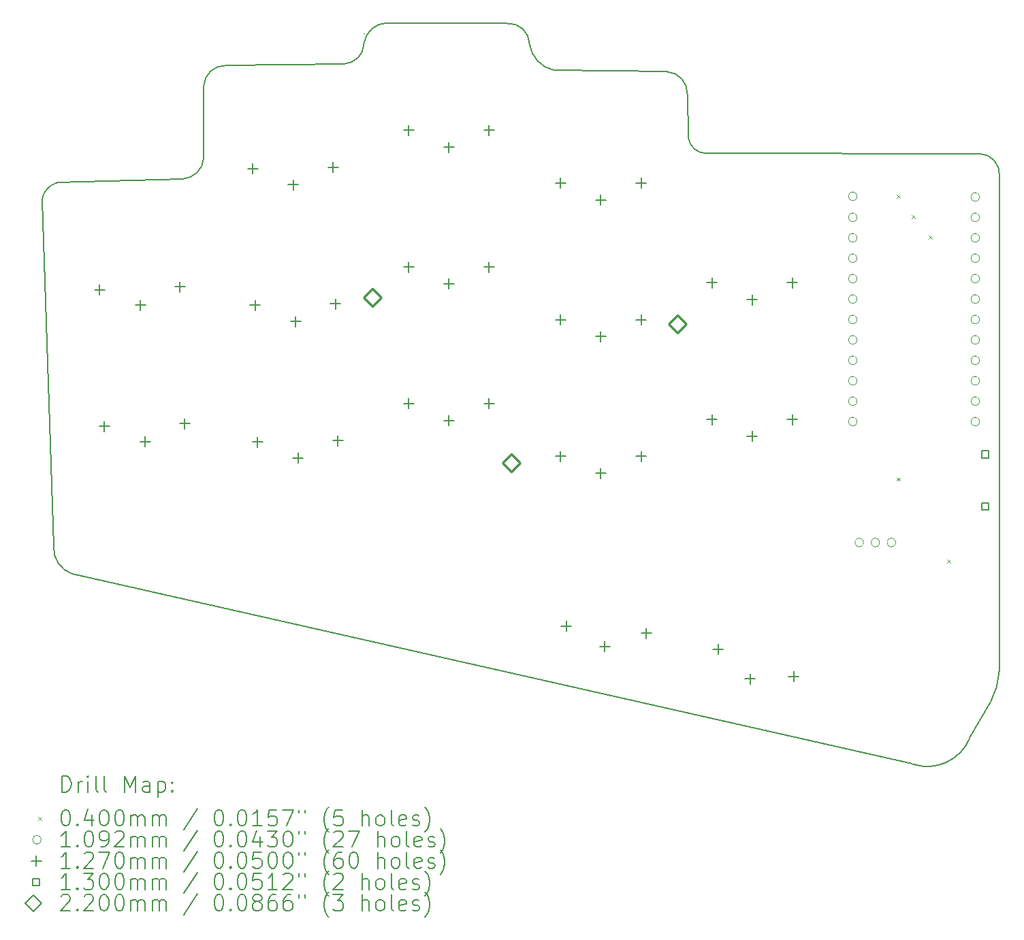
<source format=gbr>
%FSLAX45Y45*%
G04 Gerber Fmt 4.5, Leading zero omitted, Abs format (unit mm)*
G04 Created by KiCad (PCBNEW (6.0.4)) date 2022-05-15 06:34:34*
%MOMM*%
%LPD*%
G01*
G04 APERTURE LIST*
%TA.AperFunction,Profile*%
%ADD10C,0.150000*%
%TD*%
%ADD11C,0.200000*%
%ADD12C,0.040000*%
%ADD13C,0.109220*%
%ADD14C,0.127000*%
%ADD15C,0.130000*%
%ADD16C,0.220000*%
G04 APERTURE END LIST*
D10*
X6876071Y11748876D02*
X8349989Y11770082D01*
X12617390Y11393371D02*
G75*
G03*
X12363394Y11672771I-271530J8309D01*
G01*
X4777825Y10291467D02*
G75*
G03*
X4590315Y10069268I72865J-251707D01*
G01*
X4777824Y10291472D02*
X6337804Y10337803D01*
X10964034Y11689307D02*
X12363394Y11672771D01*
X10653483Y12016826D02*
G75*
G03*
X10964034Y11689307I386287J55284D01*
G01*
X16260102Y10651714D02*
X12862027Y10657058D01*
X12627814Y10859110D02*
G75*
G03*
X12862027Y10657058I222446J21080D01*
G01*
X8886230Y12279469D02*
X10376622Y12272233D01*
X15416015Y3060530D02*
G75*
G03*
X16129384Y3383688I183895J543010D01*
G01*
X15416016Y3060533D02*
X4965311Y5426860D01*
X4590315Y10069268D02*
X4737037Y5771464D01*
X4737036Y5771464D02*
G75*
G03*
X4965311Y5426860I338114J-23934D01*
G01*
X16390883Y3838022D02*
G75*
G03*
X16494826Y4216671I-780613J417878D01*
G01*
X8598719Y12147486D02*
X8598719Y12147486D01*
X6337803Y10337807D02*
G75*
G03*
X6603966Y10601430I-16014J282343D01*
G01*
X16494826Y4216671D02*
X16498230Y10381255D01*
X10653476Y12016825D02*
G75*
G03*
X10376622Y12272233I-257406J-1265D01*
G01*
X16129384Y3383688D02*
X16390883Y3838021D01*
X6603966Y11497686D02*
X6603966Y10601430D01*
X8349989Y11770083D02*
G75*
G03*
X8594801Y12020777I-11189J255807D01*
G01*
X12627819Y10859110D02*
X12617394Y11393371D01*
X16498224Y10381255D02*
G75*
G03*
X16260102Y10651714I-253545J16825D01*
G01*
X6876071Y11748877D02*
G75*
G03*
X6603966Y11497686I-8611J-263647D01*
G01*
X8886230Y12279468D02*
G75*
G03*
X8594801Y12020777I2030J-295788D01*
G01*
D11*
D12*
X15220000Y10141314D02*
X15260000Y10101314D01*
X15260000Y10141314D02*
X15220000Y10101314D01*
X15220000Y6624000D02*
X15260000Y6584000D01*
X15260000Y6624000D02*
X15220000Y6584000D01*
X15410459Y9885043D02*
X15450459Y9845043D01*
X15450459Y9885043D02*
X15410459Y9845043D01*
X15618978Y9630635D02*
X15658978Y9590635D01*
X15658978Y9630635D02*
X15618978Y9590635D01*
X15846125Y5604462D02*
X15886125Y5564462D01*
X15886125Y5604462D02*
X15846125Y5564462D01*
D13*
X14728331Y10122629D02*
G75*
G03*
X14728331Y10122629I-54610J0D01*
G01*
X14728331Y9860254D02*
G75*
G03*
X14728331Y9860254I-54610J0D01*
G01*
X14728331Y9606254D02*
G75*
G03*
X14728331Y9606254I-54610J0D01*
G01*
X14728331Y9352254D02*
G75*
G03*
X14728331Y9352254I-54610J0D01*
G01*
X14728331Y9098254D02*
G75*
G03*
X14728331Y9098254I-54610J0D01*
G01*
X14728331Y8844254D02*
G75*
G03*
X14728331Y8844254I-54610J0D01*
G01*
X14728331Y8590254D02*
G75*
G03*
X14728331Y8590254I-54610J0D01*
G01*
X14728331Y8336254D02*
G75*
G03*
X14728331Y8336254I-54610J0D01*
G01*
X14728331Y8082254D02*
G75*
G03*
X14728331Y8082254I-54610J0D01*
G01*
X14728331Y7828254D02*
G75*
G03*
X14728331Y7828254I-54610J0D01*
G01*
X14728331Y7574254D02*
G75*
G03*
X14728331Y7574254I-54610J0D01*
G01*
X14728331Y7320254D02*
G75*
G03*
X14728331Y7320254I-54610J0D01*
G01*
X14809150Y5816368D02*
G75*
G03*
X14809150Y5816368I-54610J0D01*
G01*
X15009150Y5816368D02*
G75*
G03*
X15009150Y5816368I-54610J0D01*
G01*
X15209150Y5816368D02*
G75*
G03*
X15209150Y5816368I-54610J0D01*
G01*
X16252331Y10114254D02*
G75*
G03*
X16252331Y10114254I-54610J0D01*
G01*
X16252331Y9860254D02*
G75*
G03*
X16252331Y9860254I-54610J0D01*
G01*
X16252331Y9606254D02*
G75*
G03*
X16252331Y9606254I-54610J0D01*
G01*
X16252331Y9352254D02*
G75*
G03*
X16252331Y9352254I-54610J0D01*
G01*
X16252331Y9098254D02*
G75*
G03*
X16252331Y9098254I-54610J0D01*
G01*
X16252331Y8844254D02*
G75*
G03*
X16252331Y8844254I-54610J0D01*
G01*
X16252331Y8590254D02*
G75*
G03*
X16252331Y8590254I-54610J0D01*
G01*
X16252331Y8336254D02*
G75*
G03*
X16252331Y8336254I-54610J0D01*
G01*
X16252331Y8082254D02*
G75*
G03*
X16252331Y8082254I-54610J0D01*
G01*
X16252331Y7828254D02*
G75*
G03*
X16252331Y7828254I-54610J0D01*
G01*
X16252331Y7574254D02*
G75*
G03*
X16252331Y7574254I-54610J0D01*
G01*
X16252331Y7320254D02*
G75*
G03*
X16252331Y7320254I-54610J0D01*
G01*
D14*
X5309119Y9024716D02*
X5309119Y8897716D01*
X5245619Y8961216D02*
X5372619Y8961216D01*
X5368448Y7325751D02*
X5368448Y7198751D01*
X5304948Y7262251D02*
X5431948Y7262251D01*
X5816144Y8832294D02*
X5816144Y8705294D01*
X5752644Y8768794D02*
X5879644Y8768794D01*
X5816144Y8832294D02*
X5816144Y8705294D01*
X5752644Y8768794D02*
X5879644Y8768794D01*
X5875473Y7133329D02*
X5875473Y7006329D01*
X5811973Y7069829D02*
X5938973Y7069829D01*
X5875473Y7133329D02*
X5875473Y7006329D01*
X5811973Y7069829D02*
X5938973Y7069829D01*
X6308510Y9059615D02*
X6308510Y8932615D01*
X6245010Y8996115D02*
X6372010Y8996115D01*
X6367839Y7360651D02*
X6367839Y7233651D01*
X6304339Y7297151D02*
X6431339Y7297151D01*
X7213043Y10531098D02*
X7213043Y10404098D01*
X7149543Y10467598D02*
X7276543Y10467598D01*
X7242712Y8831357D02*
X7242712Y8704357D01*
X7179212Y8767857D02*
X7306212Y8767857D01*
X7272381Y7131616D02*
X7272381Y7004616D01*
X7208881Y7068116D02*
X7335881Y7068116D01*
X7716632Y10329856D02*
X7716632Y10202856D01*
X7653132Y10266356D02*
X7780132Y10266356D01*
X7716632Y10329856D02*
X7716632Y10202856D01*
X7653132Y10266356D02*
X7780132Y10266356D01*
X7746301Y8630115D02*
X7746301Y8503115D01*
X7682801Y8566615D02*
X7809801Y8566615D01*
X7746301Y8630115D02*
X7746301Y8503115D01*
X7682801Y8566615D02*
X7809801Y8566615D01*
X7775970Y6930374D02*
X7775970Y6803374D01*
X7712470Y6866874D02*
X7839470Y6866874D01*
X7775970Y6930374D02*
X7775970Y6803374D01*
X7712470Y6866874D02*
X7839470Y6866874D01*
X8212891Y10548550D02*
X8212891Y10421550D01*
X8149391Y10485050D02*
X8276391Y10485050D01*
X8242560Y8848809D02*
X8242560Y8721809D01*
X8179060Y8785309D02*
X8306060Y8785309D01*
X8272229Y7149068D02*
X8272229Y7022068D01*
X8208729Y7085568D02*
X8335729Y7085568D01*
X9149582Y9308199D02*
X9149582Y9181199D01*
X9086082Y9244699D02*
X9213082Y9244699D01*
X9149582Y7608199D02*
X9149582Y7481199D01*
X9086082Y7544699D02*
X9213082Y7544699D01*
X9149582Y11008199D02*
X9149582Y10881199D01*
X9086082Y10944699D02*
X9213082Y10944699D01*
X9649582Y9098199D02*
X9649582Y8971199D01*
X9586082Y9034699D02*
X9713082Y9034699D01*
X9649582Y9098199D02*
X9649582Y8971199D01*
X9586082Y9034699D02*
X9713082Y9034699D01*
X9649582Y7398199D02*
X9649582Y7271199D01*
X9586082Y7334699D02*
X9713082Y7334699D01*
X9649582Y7398199D02*
X9649582Y7271199D01*
X9586082Y7334699D02*
X9713082Y7334699D01*
X9649582Y10798199D02*
X9649582Y10671199D01*
X9586082Y10734699D02*
X9713082Y10734699D01*
X9649582Y10798199D02*
X9649582Y10671199D01*
X9586082Y10734699D02*
X9713082Y10734699D01*
X10149582Y9308199D02*
X10149582Y9181199D01*
X10086082Y9244699D02*
X10213082Y9244699D01*
X10149582Y7608199D02*
X10149582Y7481199D01*
X10086082Y7544699D02*
X10213082Y7544699D01*
X10149582Y11008199D02*
X10149582Y10881199D01*
X10086082Y10944699D02*
X10213082Y10944699D01*
X11041109Y10352102D02*
X11041109Y10225102D01*
X10977609Y10288602D02*
X11104609Y10288602D01*
X11041109Y8652102D02*
X11041109Y8525102D01*
X10977609Y8588602D02*
X11104609Y8588602D01*
X11041109Y6952102D02*
X11041109Y6825102D01*
X10977609Y6888602D02*
X11104609Y6888602D01*
X11110892Y4839876D02*
X11110892Y4712876D01*
X11047392Y4776376D02*
X11174392Y4776376D01*
X11541109Y10142102D02*
X11541109Y10015102D01*
X11477609Y10078602D02*
X11604609Y10078602D01*
X11541109Y10142102D02*
X11541109Y10015102D01*
X11477609Y10078602D02*
X11604609Y10078602D01*
X11541109Y8442102D02*
X11541109Y8315102D01*
X11477609Y8378602D02*
X11604609Y8378602D01*
X11541109Y8442102D02*
X11541109Y8315102D01*
X11477609Y8378602D02*
X11604609Y8378602D01*
X11541109Y6742102D02*
X11541109Y6615102D01*
X11477609Y6678602D02*
X11604609Y6678602D01*
X11541109Y6742102D02*
X11541109Y6615102D01*
X11477609Y6678602D02*
X11604609Y6678602D01*
X11590686Y4587097D02*
X11590686Y4460097D01*
X11527186Y4523597D02*
X11654186Y4523597D01*
X11590686Y4587097D02*
X11590686Y4460097D01*
X11527186Y4523597D02*
X11654186Y4523597D01*
X12041109Y10352102D02*
X12041109Y10225102D01*
X11977609Y10288602D02*
X12104609Y10288602D01*
X12041109Y8652102D02*
X12041109Y8525102D01*
X11977609Y8588602D02*
X12104609Y8588602D01*
X12041109Y6952102D02*
X12041109Y6825102D01*
X11977609Y6888602D02*
X12104609Y6888602D01*
X12107087Y4752720D02*
X12107087Y4625720D01*
X12043587Y4689220D02*
X12170587Y4689220D01*
X12921828Y9111385D02*
X12921828Y8984385D01*
X12858328Y9047885D02*
X12985328Y9047885D01*
X12921828Y7411385D02*
X12921828Y7284385D01*
X12858328Y7347885D02*
X12985328Y7347885D01*
X13001228Y4554494D02*
X13001228Y4427494D01*
X12937728Y4490994D02*
X13064728Y4490994D01*
X13399250Y4186148D02*
X13399250Y4059148D01*
X13335750Y4122648D02*
X13462750Y4122648D01*
X13399250Y4186148D02*
X13399250Y4059148D01*
X13335750Y4122648D02*
X13462750Y4122648D01*
X13421828Y8901385D02*
X13421828Y8774385D01*
X13358328Y8837885D02*
X13485328Y8837885D01*
X13421828Y8901385D02*
X13421828Y8774385D01*
X13358328Y8837885D02*
X13485328Y8837885D01*
X13421828Y7201385D02*
X13421828Y7074385D01*
X13358328Y7137885D02*
X13485328Y7137885D01*
X13421828Y7201385D02*
X13421828Y7074385D01*
X13358328Y7137885D02*
X13485328Y7137885D01*
X13921828Y9111385D02*
X13921828Y8984385D01*
X13858328Y9047885D02*
X13985328Y9047885D01*
X13921828Y7411385D02*
X13921828Y7284385D01*
X13858328Y7347885D02*
X13985328Y7347885D01*
X13940920Y4212474D02*
X13940920Y4085474D01*
X13877420Y4148974D02*
X14004420Y4148974D01*
D15*
X16366281Y6869289D02*
X16366281Y6961214D01*
X16274357Y6961214D01*
X16274357Y6869289D01*
X16366281Y6869289D01*
X16366281Y6219289D02*
X16366281Y6311214D01*
X16274357Y6311214D01*
X16274357Y6219289D01*
X16366281Y6219289D01*
D16*
X8698828Y8757429D02*
X8808828Y8867429D01*
X8698828Y8977429D01*
X8588828Y8867429D01*
X8698828Y8757429D01*
X10430547Y6693646D02*
X10540547Y6803646D01*
X10430547Y6913646D01*
X10320547Y6803646D01*
X10430547Y6693646D01*
X12494329Y8425365D02*
X12604329Y8535365D01*
X12494329Y8645365D01*
X12384329Y8535365D01*
X12494329Y8425365D01*
D11*
X4840434Y2712260D02*
X4840434Y2912260D01*
X4888053Y2912260D01*
X4916625Y2902736D01*
X4935673Y2883689D01*
X4945196Y2864641D01*
X4954720Y2826546D01*
X4954720Y2797974D01*
X4945196Y2759879D01*
X4935673Y2740832D01*
X4916625Y2721784D01*
X4888053Y2712260D01*
X4840434Y2712260D01*
X5040434Y2712260D02*
X5040434Y2845593D01*
X5040434Y2807498D02*
X5049958Y2826546D01*
X5059482Y2836070D01*
X5078530Y2845593D01*
X5097577Y2845593D01*
X5164244Y2712260D02*
X5164244Y2845593D01*
X5164244Y2912260D02*
X5154720Y2902736D01*
X5164244Y2893212D01*
X5173768Y2902736D01*
X5164244Y2912260D01*
X5164244Y2893212D01*
X5288053Y2712260D02*
X5269006Y2721784D01*
X5259482Y2740832D01*
X5259482Y2912260D01*
X5392815Y2712260D02*
X5373768Y2721784D01*
X5364244Y2740832D01*
X5364244Y2912260D01*
X5621387Y2712260D02*
X5621387Y2912260D01*
X5688053Y2769403D01*
X5754720Y2912260D01*
X5754720Y2712260D01*
X5935672Y2712260D02*
X5935672Y2817022D01*
X5926149Y2836070D01*
X5907101Y2845593D01*
X5869006Y2845593D01*
X5849958Y2836070D01*
X5935672Y2721784D02*
X5916625Y2712260D01*
X5869006Y2712260D01*
X5849958Y2721784D01*
X5840434Y2740832D01*
X5840434Y2759879D01*
X5849958Y2778927D01*
X5869006Y2788451D01*
X5916625Y2788451D01*
X5935672Y2797974D01*
X6030911Y2845593D02*
X6030911Y2645593D01*
X6030911Y2836070D02*
X6049958Y2845593D01*
X6088053Y2845593D01*
X6107101Y2836070D01*
X6116625Y2826546D01*
X6126149Y2807498D01*
X6126149Y2750355D01*
X6116625Y2731308D01*
X6107101Y2721784D01*
X6088053Y2712260D01*
X6049958Y2712260D01*
X6030911Y2721784D01*
X6211863Y2731308D02*
X6221387Y2721784D01*
X6211863Y2712260D01*
X6202339Y2721784D01*
X6211863Y2731308D01*
X6211863Y2712260D01*
X6211863Y2836070D02*
X6221387Y2826546D01*
X6211863Y2817022D01*
X6202339Y2826546D01*
X6211863Y2836070D01*
X6211863Y2817022D01*
D12*
X4542815Y2402736D02*
X4582815Y2362736D01*
X4582815Y2402736D02*
X4542815Y2362736D01*
D11*
X4878530Y2492260D02*
X4897577Y2492260D01*
X4916625Y2482736D01*
X4926149Y2473212D01*
X4935673Y2454165D01*
X4945196Y2416070D01*
X4945196Y2368451D01*
X4935673Y2330355D01*
X4926149Y2311308D01*
X4916625Y2301784D01*
X4897577Y2292260D01*
X4878530Y2292260D01*
X4859482Y2301784D01*
X4849958Y2311308D01*
X4840434Y2330355D01*
X4830911Y2368451D01*
X4830911Y2416070D01*
X4840434Y2454165D01*
X4849958Y2473212D01*
X4859482Y2482736D01*
X4878530Y2492260D01*
X5030911Y2311308D02*
X5040434Y2301784D01*
X5030911Y2292260D01*
X5021387Y2301784D01*
X5030911Y2311308D01*
X5030911Y2292260D01*
X5211863Y2425593D02*
X5211863Y2292260D01*
X5164244Y2501784D02*
X5116625Y2358927D01*
X5240434Y2358927D01*
X5354720Y2492260D02*
X5373768Y2492260D01*
X5392815Y2482736D01*
X5402339Y2473212D01*
X5411863Y2454165D01*
X5421387Y2416070D01*
X5421387Y2368451D01*
X5411863Y2330355D01*
X5402339Y2311308D01*
X5392815Y2301784D01*
X5373768Y2292260D01*
X5354720Y2292260D01*
X5335673Y2301784D01*
X5326149Y2311308D01*
X5316625Y2330355D01*
X5307101Y2368451D01*
X5307101Y2416070D01*
X5316625Y2454165D01*
X5326149Y2473212D01*
X5335673Y2482736D01*
X5354720Y2492260D01*
X5545196Y2492260D02*
X5564244Y2492260D01*
X5583292Y2482736D01*
X5592815Y2473212D01*
X5602339Y2454165D01*
X5611863Y2416070D01*
X5611863Y2368451D01*
X5602339Y2330355D01*
X5592815Y2311308D01*
X5583292Y2301784D01*
X5564244Y2292260D01*
X5545196Y2292260D01*
X5526149Y2301784D01*
X5516625Y2311308D01*
X5507101Y2330355D01*
X5497577Y2368451D01*
X5497577Y2416070D01*
X5507101Y2454165D01*
X5516625Y2473212D01*
X5526149Y2482736D01*
X5545196Y2492260D01*
X5697577Y2292260D02*
X5697577Y2425593D01*
X5697577Y2406546D02*
X5707101Y2416070D01*
X5726149Y2425593D01*
X5754720Y2425593D01*
X5773768Y2416070D01*
X5783291Y2397022D01*
X5783291Y2292260D01*
X5783291Y2397022D02*
X5792815Y2416070D01*
X5811863Y2425593D01*
X5840434Y2425593D01*
X5859482Y2416070D01*
X5869006Y2397022D01*
X5869006Y2292260D01*
X5964244Y2292260D02*
X5964244Y2425593D01*
X5964244Y2406546D02*
X5973768Y2416070D01*
X5992815Y2425593D01*
X6021387Y2425593D01*
X6040434Y2416070D01*
X6049958Y2397022D01*
X6049958Y2292260D01*
X6049958Y2397022D02*
X6059482Y2416070D01*
X6078530Y2425593D01*
X6107101Y2425593D01*
X6126149Y2416070D01*
X6135672Y2397022D01*
X6135672Y2292260D01*
X6526149Y2501784D02*
X6354720Y2244641D01*
X6783291Y2492260D02*
X6802339Y2492260D01*
X6821387Y2482736D01*
X6830911Y2473212D01*
X6840434Y2454165D01*
X6849958Y2416070D01*
X6849958Y2368451D01*
X6840434Y2330355D01*
X6830911Y2311308D01*
X6821387Y2301784D01*
X6802339Y2292260D01*
X6783291Y2292260D01*
X6764244Y2301784D01*
X6754720Y2311308D01*
X6745196Y2330355D01*
X6735672Y2368451D01*
X6735672Y2416070D01*
X6745196Y2454165D01*
X6754720Y2473212D01*
X6764244Y2482736D01*
X6783291Y2492260D01*
X6935672Y2311308D02*
X6945196Y2301784D01*
X6935672Y2292260D01*
X6926149Y2301784D01*
X6935672Y2311308D01*
X6935672Y2292260D01*
X7069006Y2492260D02*
X7088053Y2492260D01*
X7107101Y2482736D01*
X7116625Y2473212D01*
X7126149Y2454165D01*
X7135672Y2416070D01*
X7135672Y2368451D01*
X7126149Y2330355D01*
X7116625Y2311308D01*
X7107101Y2301784D01*
X7088053Y2292260D01*
X7069006Y2292260D01*
X7049958Y2301784D01*
X7040434Y2311308D01*
X7030911Y2330355D01*
X7021387Y2368451D01*
X7021387Y2416070D01*
X7030911Y2454165D01*
X7040434Y2473212D01*
X7049958Y2482736D01*
X7069006Y2492260D01*
X7326149Y2292260D02*
X7211863Y2292260D01*
X7269006Y2292260D02*
X7269006Y2492260D01*
X7249958Y2463689D01*
X7230911Y2444641D01*
X7211863Y2435117D01*
X7507101Y2492260D02*
X7411863Y2492260D01*
X7402339Y2397022D01*
X7411863Y2406546D01*
X7430911Y2416070D01*
X7478530Y2416070D01*
X7497577Y2406546D01*
X7507101Y2397022D01*
X7516625Y2377974D01*
X7516625Y2330355D01*
X7507101Y2311308D01*
X7497577Y2301784D01*
X7478530Y2292260D01*
X7430911Y2292260D01*
X7411863Y2301784D01*
X7402339Y2311308D01*
X7583291Y2492260D02*
X7716625Y2492260D01*
X7630911Y2292260D01*
X7783291Y2492260D02*
X7783291Y2454165D01*
X7859482Y2492260D02*
X7859482Y2454165D01*
X8154720Y2216070D02*
X8145196Y2225593D01*
X8126149Y2254165D01*
X8116625Y2273212D01*
X8107101Y2301784D01*
X8097577Y2349403D01*
X8097577Y2387498D01*
X8107101Y2435117D01*
X8116625Y2463689D01*
X8126149Y2482736D01*
X8145196Y2511308D01*
X8154720Y2520832D01*
X8326149Y2492260D02*
X8230911Y2492260D01*
X8221387Y2397022D01*
X8230911Y2406546D01*
X8249958Y2416070D01*
X8297577Y2416070D01*
X8316625Y2406546D01*
X8326149Y2397022D01*
X8335672Y2377974D01*
X8335672Y2330355D01*
X8326149Y2311308D01*
X8316625Y2301784D01*
X8297577Y2292260D01*
X8249958Y2292260D01*
X8230911Y2301784D01*
X8221387Y2311308D01*
X8573768Y2292260D02*
X8573768Y2492260D01*
X8659482Y2292260D02*
X8659482Y2397022D01*
X8649958Y2416070D01*
X8630911Y2425593D01*
X8602339Y2425593D01*
X8583292Y2416070D01*
X8573768Y2406546D01*
X8783292Y2292260D02*
X8764244Y2301784D01*
X8754720Y2311308D01*
X8745196Y2330355D01*
X8745196Y2387498D01*
X8754720Y2406546D01*
X8764244Y2416070D01*
X8783292Y2425593D01*
X8811863Y2425593D01*
X8830911Y2416070D01*
X8840434Y2406546D01*
X8849958Y2387498D01*
X8849958Y2330355D01*
X8840434Y2311308D01*
X8830911Y2301784D01*
X8811863Y2292260D01*
X8783292Y2292260D01*
X8964244Y2292260D02*
X8945196Y2301784D01*
X8935673Y2320832D01*
X8935673Y2492260D01*
X9116625Y2301784D02*
X9097577Y2292260D01*
X9059482Y2292260D01*
X9040434Y2301784D01*
X9030911Y2320832D01*
X9030911Y2397022D01*
X9040434Y2416070D01*
X9059482Y2425593D01*
X9097577Y2425593D01*
X9116625Y2416070D01*
X9126149Y2397022D01*
X9126149Y2377974D01*
X9030911Y2358927D01*
X9202339Y2301784D02*
X9221387Y2292260D01*
X9259482Y2292260D01*
X9278530Y2301784D01*
X9288053Y2320832D01*
X9288053Y2330355D01*
X9278530Y2349403D01*
X9259482Y2358927D01*
X9230911Y2358927D01*
X9211863Y2368451D01*
X9202339Y2387498D01*
X9202339Y2397022D01*
X9211863Y2416070D01*
X9230911Y2425593D01*
X9259482Y2425593D01*
X9278530Y2416070D01*
X9354720Y2216070D02*
X9364244Y2225593D01*
X9383292Y2254165D01*
X9392815Y2273212D01*
X9402339Y2301784D01*
X9411863Y2349403D01*
X9411863Y2387498D01*
X9402339Y2435117D01*
X9392815Y2463689D01*
X9383292Y2482736D01*
X9364244Y2511308D01*
X9354720Y2520832D01*
D13*
X4582815Y2118736D02*
G75*
G03*
X4582815Y2118736I-54610J0D01*
G01*
D11*
X4945196Y2028260D02*
X4830911Y2028260D01*
X4888053Y2028260D02*
X4888053Y2228260D01*
X4869006Y2199689D01*
X4849958Y2180641D01*
X4830911Y2171117D01*
X5030911Y2047308D02*
X5040434Y2037784D01*
X5030911Y2028260D01*
X5021387Y2037784D01*
X5030911Y2047308D01*
X5030911Y2028260D01*
X5164244Y2228260D02*
X5183292Y2228260D01*
X5202339Y2218736D01*
X5211863Y2209212D01*
X5221387Y2190165D01*
X5230911Y2152070D01*
X5230911Y2104451D01*
X5221387Y2066355D01*
X5211863Y2047308D01*
X5202339Y2037784D01*
X5183292Y2028260D01*
X5164244Y2028260D01*
X5145196Y2037784D01*
X5135673Y2047308D01*
X5126149Y2066355D01*
X5116625Y2104451D01*
X5116625Y2152070D01*
X5126149Y2190165D01*
X5135673Y2209212D01*
X5145196Y2218736D01*
X5164244Y2228260D01*
X5326149Y2028260D02*
X5364244Y2028260D01*
X5383292Y2037784D01*
X5392815Y2047308D01*
X5411863Y2075879D01*
X5421387Y2113974D01*
X5421387Y2190165D01*
X5411863Y2209212D01*
X5402339Y2218736D01*
X5383292Y2228260D01*
X5345196Y2228260D01*
X5326149Y2218736D01*
X5316625Y2209212D01*
X5307101Y2190165D01*
X5307101Y2142546D01*
X5316625Y2123498D01*
X5326149Y2113974D01*
X5345196Y2104451D01*
X5383292Y2104451D01*
X5402339Y2113974D01*
X5411863Y2123498D01*
X5421387Y2142546D01*
X5497577Y2209212D02*
X5507101Y2218736D01*
X5526149Y2228260D01*
X5573768Y2228260D01*
X5592815Y2218736D01*
X5602339Y2209212D01*
X5611863Y2190165D01*
X5611863Y2171117D01*
X5602339Y2142546D01*
X5488053Y2028260D01*
X5611863Y2028260D01*
X5697577Y2028260D02*
X5697577Y2161593D01*
X5697577Y2142546D02*
X5707101Y2152070D01*
X5726149Y2161593D01*
X5754720Y2161593D01*
X5773768Y2152070D01*
X5783291Y2133022D01*
X5783291Y2028260D01*
X5783291Y2133022D02*
X5792815Y2152070D01*
X5811863Y2161593D01*
X5840434Y2161593D01*
X5859482Y2152070D01*
X5869006Y2133022D01*
X5869006Y2028260D01*
X5964244Y2028260D02*
X5964244Y2161593D01*
X5964244Y2142546D02*
X5973768Y2152070D01*
X5992815Y2161593D01*
X6021387Y2161593D01*
X6040434Y2152070D01*
X6049958Y2133022D01*
X6049958Y2028260D01*
X6049958Y2133022D02*
X6059482Y2152070D01*
X6078530Y2161593D01*
X6107101Y2161593D01*
X6126149Y2152070D01*
X6135672Y2133022D01*
X6135672Y2028260D01*
X6526149Y2237784D02*
X6354720Y1980641D01*
X6783291Y2228260D02*
X6802339Y2228260D01*
X6821387Y2218736D01*
X6830911Y2209212D01*
X6840434Y2190165D01*
X6849958Y2152070D01*
X6849958Y2104451D01*
X6840434Y2066355D01*
X6830911Y2047308D01*
X6821387Y2037784D01*
X6802339Y2028260D01*
X6783291Y2028260D01*
X6764244Y2037784D01*
X6754720Y2047308D01*
X6745196Y2066355D01*
X6735672Y2104451D01*
X6735672Y2152070D01*
X6745196Y2190165D01*
X6754720Y2209212D01*
X6764244Y2218736D01*
X6783291Y2228260D01*
X6935672Y2047308D02*
X6945196Y2037784D01*
X6935672Y2028260D01*
X6926149Y2037784D01*
X6935672Y2047308D01*
X6935672Y2028260D01*
X7069006Y2228260D02*
X7088053Y2228260D01*
X7107101Y2218736D01*
X7116625Y2209212D01*
X7126149Y2190165D01*
X7135672Y2152070D01*
X7135672Y2104451D01*
X7126149Y2066355D01*
X7116625Y2047308D01*
X7107101Y2037784D01*
X7088053Y2028260D01*
X7069006Y2028260D01*
X7049958Y2037784D01*
X7040434Y2047308D01*
X7030911Y2066355D01*
X7021387Y2104451D01*
X7021387Y2152070D01*
X7030911Y2190165D01*
X7040434Y2209212D01*
X7049958Y2218736D01*
X7069006Y2228260D01*
X7307101Y2161593D02*
X7307101Y2028260D01*
X7259482Y2237784D02*
X7211863Y2094927D01*
X7335672Y2094927D01*
X7392815Y2228260D02*
X7516625Y2228260D01*
X7449958Y2152070D01*
X7478530Y2152070D01*
X7497577Y2142546D01*
X7507101Y2133022D01*
X7516625Y2113974D01*
X7516625Y2066355D01*
X7507101Y2047308D01*
X7497577Y2037784D01*
X7478530Y2028260D01*
X7421387Y2028260D01*
X7402339Y2037784D01*
X7392815Y2047308D01*
X7640434Y2228260D02*
X7659482Y2228260D01*
X7678530Y2218736D01*
X7688053Y2209212D01*
X7697577Y2190165D01*
X7707101Y2152070D01*
X7707101Y2104451D01*
X7697577Y2066355D01*
X7688053Y2047308D01*
X7678530Y2037784D01*
X7659482Y2028260D01*
X7640434Y2028260D01*
X7621387Y2037784D01*
X7611863Y2047308D01*
X7602339Y2066355D01*
X7592815Y2104451D01*
X7592815Y2152070D01*
X7602339Y2190165D01*
X7611863Y2209212D01*
X7621387Y2218736D01*
X7640434Y2228260D01*
X7783291Y2228260D02*
X7783291Y2190165D01*
X7859482Y2228260D02*
X7859482Y2190165D01*
X8154720Y1952070D02*
X8145196Y1961593D01*
X8126149Y1990165D01*
X8116625Y2009212D01*
X8107101Y2037784D01*
X8097577Y2085403D01*
X8097577Y2123498D01*
X8107101Y2171117D01*
X8116625Y2199689D01*
X8126149Y2218736D01*
X8145196Y2247308D01*
X8154720Y2256832D01*
X8221387Y2209212D02*
X8230911Y2218736D01*
X8249958Y2228260D01*
X8297577Y2228260D01*
X8316625Y2218736D01*
X8326149Y2209212D01*
X8335672Y2190165D01*
X8335672Y2171117D01*
X8326149Y2142546D01*
X8211863Y2028260D01*
X8335672Y2028260D01*
X8402339Y2228260D02*
X8535673Y2228260D01*
X8449958Y2028260D01*
X8764244Y2028260D02*
X8764244Y2228260D01*
X8849958Y2028260D02*
X8849958Y2133022D01*
X8840434Y2152070D01*
X8821387Y2161593D01*
X8792815Y2161593D01*
X8773768Y2152070D01*
X8764244Y2142546D01*
X8973768Y2028260D02*
X8954720Y2037784D01*
X8945196Y2047308D01*
X8935673Y2066355D01*
X8935673Y2123498D01*
X8945196Y2142546D01*
X8954720Y2152070D01*
X8973768Y2161593D01*
X9002339Y2161593D01*
X9021387Y2152070D01*
X9030911Y2142546D01*
X9040434Y2123498D01*
X9040434Y2066355D01*
X9030911Y2047308D01*
X9021387Y2037784D01*
X9002339Y2028260D01*
X8973768Y2028260D01*
X9154720Y2028260D02*
X9135673Y2037784D01*
X9126149Y2056831D01*
X9126149Y2228260D01*
X9307101Y2037784D02*
X9288053Y2028260D01*
X9249958Y2028260D01*
X9230911Y2037784D01*
X9221387Y2056831D01*
X9221387Y2133022D01*
X9230911Y2152070D01*
X9249958Y2161593D01*
X9288053Y2161593D01*
X9307101Y2152070D01*
X9316625Y2133022D01*
X9316625Y2113974D01*
X9221387Y2094927D01*
X9392815Y2037784D02*
X9411863Y2028260D01*
X9449958Y2028260D01*
X9469006Y2037784D01*
X9478530Y2056831D01*
X9478530Y2066355D01*
X9469006Y2085403D01*
X9449958Y2094927D01*
X9421387Y2094927D01*
X9402339Y2104451D01*
X9392815Y2123498D01*
X9392815Y2133022D01*
X9402339Y2152070D01*
X9421387Y2161593D01*
X9449958Y2161593D01*
X9469006Y2152070D01*
X9545196Y1952070D02*
X9554720Y1961593D01*
X9573768Y1990165D01*
X9583292Y2009212D01*
X9592815Y2037784D01*
X9602339Y2085403D01*
X9602339Y2123498D01*
X9592815Y2171117D01*
X9583292Y2199689D01*
X9573768Y2218736D01*
X9554720Y2247308D01*
X9545196Y2256832D01*
D14*
X4519315Y1918236D02*
X4519315Y1791236D01*
X4455815Y1854736D02*
X4582815Y1854736D01*
D11*
X4945196Y1764260D02*
X4830911Y1764260D01*
X4888053Y1764260D02*
X4888053Y1964260D01*
X4869006Y1935689D01*
X4849958Y1916641D01*
X4830911Y1907117D01*
X5030911Y1783308D02*
X5040434Y1773784D01*
X5030911Y1764260D01*
X5021387Y1773784D01*
X5030911Y1783308D01*
X5030911Y1764260D01*
X5116625Y1945212D02*
X5126149Y1954736D01*
X5145196Y1964260D01*
X5192815Y1964260D01*
X5211863Y1954736D01*
X5221387Y1945212D01*
X5230911Y1926165D01*
X5230911Y1907117D01*
X5221387Y1878546D01*
X5107101Y1764260D01*
X5230911Y1764260D01*
X5297577Y1964260D02*
X5430911Y1964260D01*
X5345196Y1764260D01*
X5545196Y1964260D02*
X5564244Y1964260D01*
X5583292Y1954736D01*
X5592815Y1945212D01*
X5602339Y1926165D01*
X5611863Y1888070D01*
X5611863Y1840450D01*
X5602339Y1802355D01*
X5592815Y1783308D01*
X5583292Y1773784D01*
X5564244Y1764260D01*
X5545196Y1764260D01*
X5526149Y1773784D01*
X5516625Y1783308D01*
X5507101Y1802355D01*
X5497577Y1840450D01*
X5497577Y1888070D01*
X5507101Y1926165D01*
X5516625Y1945212D01*
X5526149Y1954736D01*
X5545196Y1964260D01*
X5697577Y1764260D02*
X5697577Y1897593D01*
X5697577Y1878546D02*
X5707101Y1888070D01*
X5726149Y1897593D01*
X5754720Y1897593D01*
X5773768Y1888070D01*
X5783291Y1869022D01*
X5783291Y1764260D01*
X5783291Y1869022D02*
X5792815Y1888070D01*
X5811863Y1897593D01*
X5840434Y1897593D01*
X5859482Y1888070D01*
X5869006Y1869022D01*
X5869006Y1764260D01*
X5964244Y1764260D02*
X5964244Y1897593D01*
X5964244Y1878546D02*
X5973768Y1888070D01*
X5992815Y1897593D01*
X6021387Y1897593D01*
X6040434Y1888070D01*
X6049958Y1869022D01*
X6049958Y1764260D01*
X6049958Y1869022D02*
X6059482Y1888070D01*
X6078530Y1897593D01*
X6107101Y1897593D01*
X6126149Y1888070D01*
X6135672Y1869022D01*
X6135672Y1764260D01*
X6526149Y1973784D02*
X6354720Y1716641D01*
X6783291Y1964260D02*
X6802339Y1964260D01*
X6821387Y1954736D01*
X6830911Y1945212D01*
X6840434Y1926165D01*
X6849958Y1888070D01*
X6849958Y1840450D01*
X6840434Y1802355D01*
X6830911Y1783308D01*
X6821387Y1773784D01*
X6802339Y1764260D01*
X6783291Y1764260D01*
X6764244Y1773784D01*
X6754720Y1783308D01*
X6745196Y1802355D01*
X6735672Y1840450D01*
X6735672Y1888070D01*
X6745196Y1926165D01*
X6754720Y1945212D01*
X6764244Y1954736D01*
X6783291Y1964260D01*
X6935672Y1783308D02*
X6945196Y1773784D01*
X6935672Y1764260D01*
X6926149Y1773784D01*
X6935672Y1783308D01*
X6935672Y1764260D01*
X7069006Y1964260D02*
X7088053Y1964260D01*
X7107101Y1954736D01*
X7116625Y1945212D01*
X7126149Y1926165D01*
X7135672Y1888070D01*
X7135672Y1840450D01*
X7126149Y1802355D01*
X7116625Y1783308D01*
X7107101Y1773784D01*
X7088053Y1764260D01*
X7069006Y1764260D01*
X7049958Y1773784D01*
X7040434Y1783308D01*
X7030911Y1802355D01*
X7021387Y1840450D01*
X7021387Y1888070D01*
X7030911Y1926165D01*
X7040434Y1945212D01*
X7049958Y1954736D01*
X7069006Y1964260D01*
X7316625Y1964260D02*
X7221387Y1964260D01*
X7211863Y1869022D01*
X7221387Y1878546D01*
X7240434Y1888070D01*
X7288053Y1888070D01*
X7307101Y1878546D01*
X7316625Y1869022D01*
X7326149Y1849974D01*
X7326149Y1802355D01*
X7316625Y1783308D01*
X7307101Y1773784D01*
X7288053Y1764260D01*
X7240434Y1764260D01*
X7221387Y1773784D01*
X7211863Y1783308D01*
X7449958Y1964260D02*
X7469006Y1964260D01*
X7488053Y1954736D01*
X7497577Y1945212D01*
X7507101Y1926165D01*
X7516625Y1888070D01*
X7516625Y1840450D01*
X7507101Y1802355D01*
X7497577Y1783308D01*
X7488053Y1773784D01*
X7469006Y1764260D01*
X7449958Y1764260D01*
X7430911Y1773784D01*
X7421387Y1783308D01*
X7411863Y1802355D01*
X7402339Y1840450D01*
X7402339Y1888070D01*
X7411863Y1926165D01*
X7421387Y1945212D01*
X7430911Y1954736D01*
X7449958Y1964260D01*
X7640434Y1964260D02*
X7659482Y1964260D01*
X7678530Y1954736D01*
X7688053Y1945212D01*
X7697577Y1926165D01*
X7707101Y1888070D01*
X7707101Y1840450D01*
X7697577Y1802355D01*
X7688053Y1783308D01*
X7678530Y1773784D01*
X7659482Y1764260D01*
X7640434Y1764260D01*
X7621387Y1773784D01*
X7611863Y1783308D01*
X7602339Y1802355D01*
X7592815Y1840450D01*
X7592815Y1888070D01*
X7602339Y1926165D01*
X7611863Y1945212D01*
X7621387Y1954736D01*
X7640434Y1964260D01*
X7783291Y1964260D02*
X7783291Y1926165D01*
X7859482Y1964260D02*
X7859482Y1926165D01*
X8154720Y1688070D02*
X8145196Y1697593D01*
X8126149Y1726165D01*
X8116625Y1745212D01*
X8107101Y1773784D01*
X8097577Y1821403D01*
X8097577Y1859498D01*
X8107101Y1907117D01*
X8116625Y1935689D01*
X8126149Y1954736D01*
X8145196Y1983308D01*
X8154720Y1992831D01*
X8316625Y1964260D02*
X8278530Y1964260D01*
X8259482Y1954736D01*
X8249958Y1945212D01*
X8230911Y1916641D01*
X8221387Y1878546D01*
X8221387Y1802355D01*
X8230911Y1783308D01*
X8240434Y1773784D01*
X8259482Y1764260D01*
X8297577Y1764260D01*
X8316625Y1773784D01*
X8326149Y1783308D01*
X8335672Y1802355D01*
X8335672Y1849974D01*
X8326149Y1869022D01*
X8316625Y1878546D01*
X8297577Y1888070D01*
X8259482Y1888070D01*
X8240434Y1878546D01*
X8230911Y1869022D01*
X8221387Y1849974D01*
X8459482Y1964260D02*
X8478530Y1964260D01*
X8497577Y1954736D01*
X8507101Y1945212D01*
X8516625Y1926165D01*
X8526149Y1888070D01*
X8526149Y1840450D01*
X8516625Y1802355D01*
X8507101Y1783308D01*
X8497577Y1773784D01*
X8478530Y1764260D01*
X8459482Y1764260D01*
X8440434Y1773784D01*
X8430911Y1783308D01*
X8421387Y1802355D01*
X8411863Y1840450D01*
X8411863Y1888070D01*
X8421387Y1926165D01*
X8430911Y1945212D01*
X8440434Y1954736D01*
X8459482Y1964260D01*
X8764244Y1764260D02*
X8764244Y1964260D01*
X8849958Y1764260D02*
X8849958Y1869022D01*
X8840434Y1888070D01*
X8821387Y1897593D01*
X8792815Y1897593D01*
X8773768Y1888070D01*
X8764244Y1878546D01*
X8973768Y1764260D02*
X8954720Y1773784D01*
X8945196Y1783308D01*
X8935673Y1802355D01*
X8935673Y1859498D01*
X8945196Y1878546D01*
X8954720Y1888070D01*
X8973768Y1897593D01*
X9002339Y1897593D01*
X9021387Y1888070D01*
X9030911Y1878546D01*
X9040434Y1859498D01*
X9040434Y1802355D01*
X9030911Y1783308D01*
X9021387Y1773784D01*
X9002339Y1764260D01*
X8973768Y1764260D01*
X9154720Y1764260D02*
X9135673Y1773784D01*
X9126149Y1792831D01*
X9126149Y1964260D01*
X9307101Y1773784D02*
X9288053Y1764260D01*
X9249958Y1764260D01*
X9230911Y1773784D01*
X9221387Y1792831D01*
X9221387Y1869022D01*
X9230911Y1888070D01*
X9249958Y1897593D01*
X9288053Y1897593D01*
X9307101Y1888070D01*
X9316625Y1869022D01*
X9316625Y1849974D01*
X9221387Y1830927D01*
X9392815Y1773784D02*
X9411863Y1764260D01*
X9449958Y1764260D01*
X9469006Y1773784D01*
X9478530Y1792831D01*
X9478530Y1802355D01*
X9469006Y1821403D01*
X9449958Y1830927D01*
X9421387Y1830927D01*
X9402339Y1840450D01*
X9392815Y1859498D01*
X9392815Y1869022D01*
X9402339Y1888070D01*
X9421387Y1897593D01*
X9449958Y1897593D01*
X9469006Y1888070D01*
X9545196Y1688070D02*
X9554720Y1697593D01*
X9573768Y1726165D01*
X9583292Y1745212D01*
X9592815Y1773784D01*
X9602339Y1821403D01*
X9602339Y1859498D01*
X9592815Y1907117D01*
X9583292Y1935689D01*
X9573768Y1954736D01*
X9554720Y1983308D01*
X9545196Y1992831D01*
D15*
X4563778Y1544774D02*
X4563778Y1636699D01*
X4471853Y1636699D01*
X4471853Y1544774D01*
X4563778Y1544774D01*
D11*
X4945196Y1500260D02*
X4830911Y1500260D01*
X4888053Y1500260D02*
X4888053Y1700260D01*
X4869006Y1671689D01*
X4849958Y1652641D01*
X4830911Y1643117D01*
X5030911Y1519308D02*
X5040434Y1509784D01*
X5030911Y1500260D01*
X5021387Y1509784D01*
X5030911Y1519308D01*
X5030911Y1500260D01*
X5107101Y1700260D02*
X5230911Y1700260D01*
X5164244Y1624070D01*
X5192815Y1624070D01*
X5211863Y1614546D01*
X5221387Y1605022D01*
X5230911Y1585974D01*
X5230911Y1538355D01*
X5221387Y1519308D01*
X5211863Y1509784D01*
X5192815Y1500260D01*
X5135673Y1500260D01*
X5116625Y1509784D01*
X5107101Y1519308D01*
X5354720Y1700260D02*
X5373768Y1700260D01*
X5392815Y1690736D01*
X5402339Y1681212D01*
X5411863Y1662165D01*
X5421387Y1624070D01*
X5421387Y1576450D01*
X5411863Y1538355D01*
X5402339Y1519308D01*
X5392815Y1509784D01*
X5373768Y1500260D01*
X5354720Y1500260D01*
X5335673Y1509784D01*
X5326149Y1519308D01*
X5316625Y1538355D01*
X5307101Y1576450D01*
X5307101Y1624070D01*
X5316625Y1662165D01*
X5326149Y1681212D01*
X5335673Y1690736D01*
X5354720Y1700260D01*
X5545196Y1700260D02*
X5564244Y1700260D01*
X5583292Y1690736D01*
X5592815Y1681212D01*
X5602339Y1662165D01*
X5611863Y1624070D01*
X5611863Y1576450D01*
X5602339Y1538355D01*
X5592815Y1519308D01*
X5583292Y1509784D01*
X5564244Y1500260D01*
X5545196Y1500260D01*
X5526149Y1509784D01*
X5516625Y1519308D01*
X5507101Y1538355D01*
X5497577Y1576450D01*
X5497577Y1624070D01*
X5507101Y1662165D01*
X5516625Y1681212D01*
X5526149Y1690736D01*
X5545196Y1700260D01*
X5697577Y1500260D02*
X5697577Y1633593D01*
X5697577Y1614546D02*
X5707101Y1624070D01*
X5726149Y1633593D01*
X5754720Y1633593D01*
X5773768Y1624070D01*
X5783291Y1605022D01*
X5783291Y1500260D01*
X5783291Y1605022D02*
X5792815Y1624070D01*
X5811863Y1633593D01*
X5840434Y1633593D01*
X5859482Y1624070D01*
X5869006Y1605022D01*
X5869006Y1500260D01*
X5964244Y1500260D02*
X5964244Y1633593D01*
X5964244Y1614546D02*
X5973768Y1624070D01*
X5992815Y1633593D01*
X6021387Y1633593D01*
X6040434Y1624070D01*
X6049958Y1605022D01*
X6049958Y1500260D01*
X6049958Y1605022D02*
X6059482Y1624070D01*
X6078530Y1633593D01*
X6107101Y1633593D01*
X6126149Y1624070D01*
X6135672Y1605022D01*
X6135672Y1500260D01*
X6526149Y1709784D02*
X6354720Y1452641D01*
X6783291Y1700260D02*
X6802339Y1700260D01*
X6821387Y1690736D01*
X6830911Y1681212D01*
X6840434Y1662165D01*
X6849958Y1624070D01*
X6849958Y1576450D01*
X6840434Y1538355D01*
X6830911Y1519308D01*
X6821387Y1509784D01*
X6802339Y1500260D01*
X6783291Y1500260D01*
X6764244Y1509784D01*
X6754720Y1519308D01*
X6745196Y1538355D01*
X6735672Y1576450D01*
X6735672Y1624070D01*
X6745196Y1662165D01*
X6754720Y1681212D01*
X6764244Y1690736D01*
X6783291Y1700260D01*
X6935672Y1519308D02*
X6945196Y1509784D01*
X6935672Y1500260D01*
X6926149Y1509784D01*
X6935672Y1519308D01*
X6935672Y1500260D01*
X7069006Y1700260D02*
X7088053Y1700260D01*
X7107101Y1690736D01*
X7116625Y1681212D01*
X7126149Y1662165D01*
X7135672Y1624070D01*
X7135672Y1576450D01*
X7126149Y1538355D01*
X7116625Y1519308D01*
X7107101Y1509784D01*
X7088053Y1500260D01*
X7069006Y1500260D01*
X7049958Y1509784D01*
X7040434Y1519308D01*
X7030911Y1538355D01*
X7021387Y1576450D01*
X7021387Y1624070D01*
X7030911Y1662165D01*
X7040434Y1681212D01*
X7049958Y1690736D01*
X7069006Y1700260D01*
X7316625Y1700260D02*
X7221387Y1700260D01*
X7211863Y1605022D01*
X7221387Y1614546D01*
X7240434Y1624070D01*
X7288053Y1624070D01*
X7307101Y1614546D01*
X7316625Y1605022D01*
X7326149Y1585974D01*
X7326149Y1538355D01*
X7316625Y1519308D01*
X7307101Y1509784D01*
X7288053Y1500260D01*
X7240434Y1500260D01*
X7221387Y1509784D01*
X7211863Y1519308D01*
X7516625Y1500260D02*
X7402339Y1500260D01*
X7459482Y1500260D02*
X7459482Y1700260D01*
X7440434Y1671689D01*
X7421387Y1652641D01*
X7402339Y1643117D01*
X7592815Y1681212D02*
X7602339Y1690736D01*
X7621387Y1700260D01*
X7669006Y1700260D01*
X7688053Y1690736D01*
X7697577Y1681212D01*
X7707101Y1662165D01*
X7707101Y1643117D01*
X7697577Y1614546D01*
X7583291Y1500260D01*
X7707101Y1500260D01*
X7783291Y1700260D02*
X7783291Y1662165D01*
X7859482Y1700260D02*
X7859482Y1662165D01*
X8154720Y1424070D02*
X8145196Y1433593D01*
X8126149Y1462165D01*
X8116625Y1481212D01*
X8107101Y1509784D01*
X8097577Y1557403D01*
X8097577Y1595498D01*
X8107101Y1643117D01*
X8116625Y1671689D01*
X8126149Y1690736D01*
X8145196Y1719308D01*
X8154720Y1728831D01*
X8221387Y1681212D02*
X8230911Y1690736D01*
X8249958Y1700260D01*
X8297577Y1700260D01*
X8316625Y1690736D01*
X8326149Y1681212D01*
X8335672Y1662165D01*
X8335672Y1643117D01*
X8326149Y1614546D01*
X8211863Y1500260D01*
X8335672Y1500260D01*
X8573768Y1500260D02*
X8573768Y1700260D01*
X8659482Y1500260D02*
X8659482Y1605022D01*
X8649958Y1624070D01*
X8630911Y1633593D01*
X8602339Y1633593D01*
X8583292Y1624070D01*
X8573768Y1614546D01*
X8783292Y1500260D02*
X8764244Y1509784D01*
X8754720Y1519308D01*
X8745196Y1538355D01*
X8745196Y1595498D01*
X8754720Y1614546D01*
X8764244Y1624070D01*
X8783292Y1633593D01*
X8811863Y1633593D01*
X8830911Y1624070D01*
X8840434Y1614546D01*
X8849958Y1595498D01*
X8849958Y1538355D01*
X8840434Y1519308D01*
X8830911Y1509784D01*
X8811863Y1500260D01*
X8783292Y1500260D01*
X8964244Y1500260D02*
X8945196Y1509784D01*
X8935673Y1528831D01*
X8935673Y1700260D01*
X9116625Y1509784D02*
X9097577Y1500260D01*
X9059482Y1500260D01*
X9040434Y1509784D01*
X9030911Y1528831D01*
X9030911Y1605022D01*
X9040434Y1624070D01*
X9059482Y1633593D01*
X9097577Y1633593D01*
X9116625Y1624070D01*
X9126149Y1605022D01*
X9126149Y1585974D01*
X9030911Y1566927D01*
X9202339Y1509784D02*
X9221387Y1500260D01*
X9259482Y1500260D01*
X9278530Y1509784D01*
X9288053Y1528831D01*
X9288053Y1538355D01*
X9278530Y1557403D01*
X9259482Y1566927D01*
X9230911Y1566927D01*
X9211863Y1576450D01*
X9202339Y1595498D01*
X9202339Y1605022D01*
X9211863Y1624070D01*
X9230911Y1633593D01*
X9259482Y1633593D01*
X9278530Y1624070D01*
X9354720Y1424070D02*
X9364244Y1433593D01*
X9383292Y1462165D01*
X9392815Y1481212D01*
X9402339Y1509784D01*
X9411863Y1557403D01*
X9411863Y1595498D01*
X9402339Y1643117D01*
X9392815Y1671689D01*
X9383292Y1690736D01*
X9364244Y1719308D01*
X9354720Y1728831D01*
X4482815Y1226736D02*
X4582815Y1326736D01*
X4482815Y1426736D01*
X4382815Y1326736D01*
X4482815Y1226736D01*
X4830911Y1417212D02*
X4840434Y1426736D01*
X4859482Y1436260D01*
X4907101Y1436260D01*
X4926149Y1426736D01*
X4935673Y1417212D01*
X4945196Y1398165D01*
X4945196Y1379117D01*
X4935673Y1350546D01*
X4821387Y1236260D01*
X4945196Y1236260D01*
X5030911Y1255308D02*
X5040434Y1245784D01*
X5030911Y1236260D01*
X5021387Y1245784D01*
X5030911Y1255308D01*
X5030911Y1236260D01*
X5116625Y1417212D02*
X5126149Y1426736D01*
X5145196Y1436260D01*
X5192815Y1436260D01*
X5211863Y1426736D01*
X5221387Y1417212D01*
X5230911Y1398165D01*
X5230911Y1379117D01*
X5221387Y1350546D01*
X5107101Y1236260D01*
X5230911Y1236260D01*
X5354720Y1436260D02*
X5373768Y1436260D01*
X5392815Y1426736D01*
X5402339Y1417212D01*
X5411863Y1398165D01*
X5421387Y1360070D01*
X5421387Y1312451D01*
X5411863Y1274355D01*
X5402339Y1255308D01*
X5392815Y1245784D01*
X5373768Y1236260D01*
X5354720Y1236260D01*
X5335673Y1245784D01*
X5326149Y1255308D01*
X5316625Y1274355D01*
X5307101Y1312451D01*
X5307101Y1360070D01*
X5316625Y1398165D01*
X5326149Y1417212D01*
X5335673Y1426736D01*
X5354720Y1436260D01*
X5545196Y1436260D02*
X5564244Y1436260D01*
X5583292Y1426736D01*
X5592815Y1417212D01*
X5602339Y1398165D01*
X5611863Y1360070D01*
X5611863Y1312451D01*
X5602339Y1274355D01*
X5592815Y1255308D01*
X5583292Y1245784D01*
X5564244Y1236260D01*
X5545196Y1236260D01*
X5526149Y1245784D01*
X5516625Y1255308D01*
X5507101Y1274355D01*
X5497577Y1312451D01*
X5497577Y1360070D01*
X5507101Y1398165D01*
X5516625Y1417212D01*
X5526149Y1426736D01*
X5545196Y1436260D01*
X5697577Y1236260D02*
X5697577Y1369593D01*
X5697577Y1350546D02*
X5707101Y1360070D01*
X5726149Y1369593D01*
X5754720Y1369593D01*
X5773768Y1360070D01*
X5783291Y1341022D01*
X5783291Y1236260D01*
X5783291Y1341022D02*
X5792815Y1360070D01*
X5811863Y1369593D01*
X5840434Y1369593D01*
X5859482Y1360070D01*
X5869006Y1341022D01*
X5869006Y1236260D01*
X5964244Y1236260D02*
X5964244Y1369593D01*
X5964244Y1350546D02*
X5973768Y1360070D01*
X5992815Y1369593D01*
X6021387Y1369593D01*
X6040434Y1360070D01*
X6049958Y1341022D01*
X6049958Y1236260D01*
X6049958Y1341022D02*
X6059482Y1360070D01*
X6078530Y1369593D01*
X6107101Y1369593D01*
X6126149Y1360070D01*
X6135672Y1341022D01*
X6135672Y1236260D01*
X6526149Y1445784D02*
X6354720Y1188641D01*
X6783291Y1436260D02*
X6802339Y1436260D01*
X6821387Y1426736D01*
X6830911Y1417212D01*
X6840434Y1398165D01*
X6849958Y1360070D01*
X6849958Y1312451D01*
X6840434Y1274355D01*
X6830911Y1255308D01*
X6821387Y1245784D01*
X6802339Y1236260D01*
X6783291Y1236260D01*
X6764244Y1245784D01*
X6754720Y1255308D01*
X6745196Y1274355D01*
X6735672Y1312451D01*
X6735672Y1360070D01*
X6745196Y1398165D01*
X6754720Y1417212D01*
X6764244Y1426736D01*
X6783291Y1436260D01*
X6935672Y1255308D02*
X6945196Y1245784D01*
X6935672Y1236260D01*
X6926149Y1245784D01*
X6935672Y1255308D01*
X6935672Y1236260D01*
X7069006Y1436260D02*
X7088053Y1436260D01*
X7107101Y1426736D01*
X7116625Y1417212D01*
X7126149Y1398165D01*
X7135672Y1360070D01*
X7135672Y1312451D01*
X7126149Y1274355D01*
X7116625Y1255308D01*
X7107101Y1245784D01*
X7088053Y1236260D01*
X7069006Y1236260D01*
X7049958Y1245784D01*
X7040434Y1255308D01*
X7030911Y1274355D01*
X7021387Y1312451D01*
X7021387Y1360070D01*
X7030911Y1398165D01*
X7040434Y1417212D01*
X7049958Y1426736D01*
X7069006Y1436260D01*
X7249958Y1350546D02*
X7230911Y1360070D01*
X7221387Y1369593D01*
X7211863Y1388641D01*
X7211863Y1398165D01*
X7221387Y1417212D01*
X7230911Y1426736D01*
X7249958Y1436260D01*
X7288053Y1436260D01*
X7307101Y1426736D01*
X7316625Y1417212D01*
X7326149Y1398165D01*
X7326149Y1388641D01*
X7316625Y1369593D01*
X7307101Y1360070D01*
X7288053Y1350546D01*
X7249958Y1350546D01*
X7230911Y1341022D01*
X7221387Y1331498D01*
X7211863Y1312451D01*
X7211863Y1274355D01*
X7221387Y1255308D01*
X7230911Y1245784D01*
X7249958Y1236260D01*
X7288053Y1236260D01*
X7307101Y1245784D01*
X7316625Y1255308D01*
X7326149Y1274355D01*
X7326149Y1312451D01*
X7316625Y1331498D01*
X7307101Y1341022D01*
X7288053Y1350546D01*
X7497577Y1436260D02*
X7459482Y1436260D01*
X7440434Y1426736D01*
X7430911Y1417212D01*
X7411863Y1388641D01*
X7402339Y1350546D01*
X7402339Y1274355D01*
X7411863Y1255308D01*
X7421387Y1245784D01*
X7440434Y1236260D01*
X7478530Y1236260D01*
X7497577Y1245784D01*
X7507101Y1255308D01*
X7516625Y1274355D01*
X7516625Y1321974D01*
X7507101Y1341022D01*
X7497577Y1350546D01*
X7478530Y1360070D01*
X7440434Y1360070D01*
X7421387Y1350546D01*
X7411863Y1341022D01*
X7402339Y1321974D01*
X7688053Y1436260D02*
X7649958Y1436260D01*
X7630911Y1426736D01*
X7621387Y1417212D01*
X7602339Y1388641D01*
X7592815Y1350546D01*
X7592815Y1274355D01*
X7602339Y1255308D01*
X7611863Y1245784D01*
X7630911Y1236260D01*
X7669006Y1236260D01*
X7688053Y1245784D01*
X7697577Y1255308D01*
X7707101Y1274355D01*
X7707101Y1321974D01*
X7697577Y1341022D01*
X7688053Y1350546D01*
X7669006Y1360070D01*
X7630911Y1360070D01*
X7611863Y1350546D01*
X7602339Y1341022D01*
X7592815Y1321974D01*
X7783291Y1436260D02*
X7783291Y1398165D01*
X7859482Y1436260D02*
X7859482Y1398165D01*
X8154720Y1160070D02*
X8145196Y1169593D01*
X8126149Y1198165D01*
X8116625Y1217212D01*
X8107101Y1245784D01*
X8097577Y1293403D01*
X8097577Y1331498D01*
X8107101Y1379117D01*
X8116625Y1407689D01*
X8126149Y1426736D01*
X8145196Y1455308D01*
X8154720Y1464831D01*
X8211863Y1436260D02*
X8335672Y1436260D01*
X8269006Y1360070D01*
X8297577Y1360070D01*
X8316625Y1350546D01*
X8326149Y1341022D01*
X8335672Y1321974D01*
X8335672Y1274355D01*
X8326149Y1255308D01*
X8316625Y1245784D01*
X8297577Y1236260D01*
X8240434Y1236260D01*
X8221387Y1245784D01*
X8211863Y1255308D01*
X8573768Y1236260D02*
X8573768Y1436260D01*
X8659482Y1236260D02*
X8659482Y1341022D01*
X8649958Y1360070D01*
X8630911Y1369593D01*
X8602339Y1369593D01*
X8583292Y1360070D01*
X8573768Y1350546D01*
X8783292Y1236260D02*
X8764244Y1245784D01*
X8754720Y1255308D01*
X8745196Y1274355D01*
X8745196Y1331498D01*
X8754720Y1350546D01*
X8764244Y1360070D01*
X8783292Y1369593D01*
X8811863Y1369593D01*
X8830911Y1360070D01*
X8840434Y1350546D01*
X8849958Y1331498D01*
X8849958Y1274355D01*
X8840434Y1255308D01*
X8830911Y1245784D01*
X8811863Y1236260D01*
X8783292Y1236260D01*
X8964244Y1236260D02*
X8945196Y1245784D01*
X8935673Y1264832D01*
X8935673Y1436260D01*
X9116625Y1245784D02*
X9097577Y1236260D01*
X9059482Y1236260D01*
X9040434Y1245784D01*
X9030911Y1264832D01*
X9030911Y1341022D01*
X9040434Y1360070D01*
X9059482Y1369593D01*
X9097577Y1369593D01*
X9116625Y1360070D01*
X9126149Y1341022D01*
X9126149Y1321974D01*
X9030911Y1302927D01*
X9202339Y1245784D02*
X9221387Y1236260D01*
X9259482Y1236260D01*
X9278530Y1245784D01*
X9288053Y1264832D01*
X9288053Y1274355D01*
X9278530Y1293403D01*
X9259482Y1302927D01*
X9230911Y1302927D01*
X9211863Y1312451D01*
X9202339Y1331498D01*
X9202339Y1341022D01*
X9211863Y1360070D01*
X9230911Y1369593D01*
X9259482Y1369593D01*
X9278530Y1360070D01*
X9354720Y1160070D02*
X9364244Y1169593D01*
X9383292Y1198165D01*
X9392815Y1217212D01*
X9402339Y1245784D01*
X9411863Y1293403D01*
X9411863Y1331498D01*
X9402339Y1379117D01*
X9392815Y1407689D01*
X9383292Y1426736D01*
X9364244Y1455308D01*
X9354720Y1464831D01*
M02*

</source>
